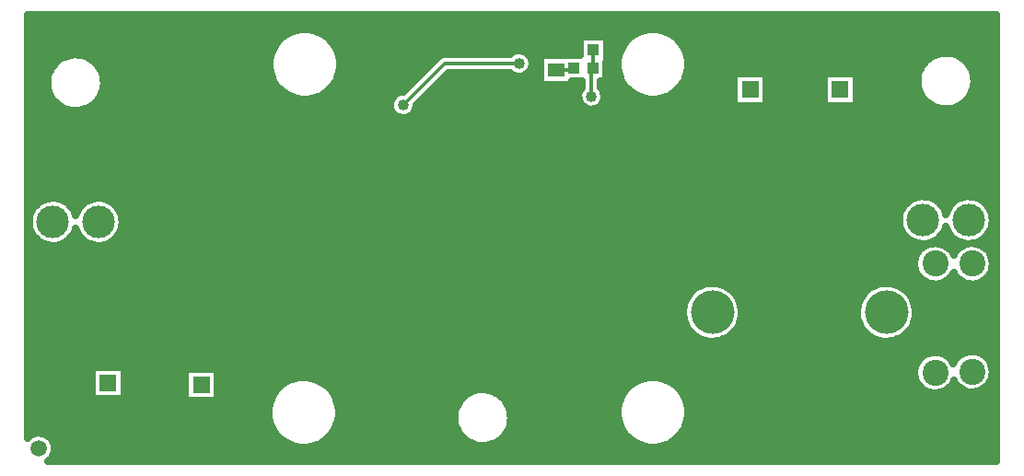
<source format=gbl>
G04 DipTrace 2.4.0.2*
%INBoost_converter.GBL*%
%MOMM*%
%ADD14C,0.33*%
%ADD15C,0.635*%
%ADD17C,1.6*%
%ADD18R,1.6X1.6*%
%ADD19R,1.1X1.0*%
%ADD23R,3.0X3.0*%
%ADD24C,3.0*%
%ADD25R,1.5X1.5*%
%ADD26C,1.5*%
%ADD28C,4.0*%
%ADD33R,1.5X1.3*%
%ADD37C,1.5*%
%ADD38C,2.4*%
%ADD39C,1.016*%
%FSLAX53Y53*%
G04*
G71*
G90*
G75*
G01*
%LNBottom*%
%LPD*%
X52174Y42779D2*
D14*
X52651Y43097D1*
X53444D1*
X53603Y42938D1*
X59579Y46968D2*
X61059D1*
X61213Y47122D1*
X62913D2*
Y48812D1*
X62969D1*
X62810Y44526D2*
Y47019D1*
X62913Y47122D1*
X56143Y47542D2*
X49317D1*
X45507Y43732D1*
D39*
X52174Y42779D3*
X62810Y44526D3*
X56143Y47542D3*
X45507Y43732D3*
X11049Y51399D2*
D15*
X99966D1*
X11049Y50767D2*
X99966D1*
X11049Y50136D2*
X34581D1*
X38339D2*
X66579D1*
X70337D2*
X99966D1*
X11049Y49504D2*
X33896D1*
X39024D2*
X61687D1*
X64255D2*
X65894D1*
X71022D2*
X99966D1*
X11049Y48872D2*
X33489D1*
X39421D2*
X61687D1*
X64255D2*
X65497D1*
X71419D2*
X99966D1*
X11049Y48240D2*
X14529D1*
X16233D2*
X33271D1*
X39649D2*
X48789D1*
X57161D2*
X58096D1*
X64255D2*
X65269D1*
X71647D2*
X94162D1*
X96620D2*
X99966D1*
X11049Y47609D2*
X13497D1*
X17265D2*
X33182D1*
X39738D2*
X48134D1*
X57389D2*
X58096D1*
X64196D2*
X65180D1*
X71736D2*
X93358D1*
X97424D2*
X99966D1*
X11049Y46977D2*
X13040D1*
X17721D2*
X33212D1*
X39708D2*
X47509D1*
X57240D2*
X58096D1*
X64196D2*
X65210D1*
X71706D2*
X92971D1*
X97811D2*
X99966D1*
X11049Y46345D2*
X12802D1*
X17950D2*
X33380D1*
X39540D2*
X46874D1*
X49372D2*
X58096D1*
X64196D2*
X65378D1*
X71538D2*
X75876D1*
X78949D2*
X84131D1*
X87204D2*
X92782D1*
X97989D2*
X99966D1*
X11049Y45714D2*
X12753D1*
X18009D2*
X33698D1*
X39222D2*
X46239D1*
X48737D2*
X58096D1*
X61070D2*
X61906D1*
X63709D2*
X65696D1*
X71220D2*
X75876D1*
X78949D2*
X84131D1*
X87204D2*
X92763D1*
X98009D2*
X99966D1*
X11049Y45082D2*
X12842D1*
X17910D2*
X34233D1*
X38676D2*
X45614D1*
X48102D2*
X61707D1*
X63918D2*
X66241D1*
X70675D2*
X75876D1*
X78949D2*
X84131D1*
X87204D2*
X92911D1*
X97870D2*
X99966D1*
X11049Y44450D2*
X13130D1*
X17632D2*
X35285D1*
X37635D2*
X44503D1*
X47477D2*
X61568D1*
X64057D2*
X67283D1*
X69633D2*
X75876D1*
X78949D2*
X84131D1*
X87204D2*
X93239D1*
X97543D2*
X99966D1*
X11049Y43819D2*
X13675D1*
X17086D2*
X44264D1*
X46842D2*
X61796D1*
X63819D2*
X75876D1*
X78949D2*
X84131D1*
X87204D2*
X93894D1*
X96888D2*
X99966D1*
X11049Y43187D2*
X44393D1*
X46614D2*
X99966D1*
X11049Y42556D2*
X45346D1*
X45669D2*
X99966D1*
X11049Y41924D2*
X99966D1*
X11049Y41292D2*
X99966D1*
X11049Y40661D2*
X99966D1*
X11049Y40029D2*
X99966D1*
X11049Y39397D2*
X99966D1*
X11049Y38766D2*
X99966D1*
X11049Y38134D2*
X99966D1*
X11049Y37502D2*
X99966D1*
X11049Y36870D2*
X99966D1*
X11049Y36239D2*
X99966D1*
X11049Y35607D2*
X99966D1*
X11049Y34976D2*
X12326D1*
X14229D2*
X16533D1*
X18436D2*
X92048D1*
X94537D2*
X96245D1*
X98734D2*
X99966D1*
X11049Y34344D2*
X11512D1*
X15043D2*
X15719D1*
X19249D2*
X91413D1*
X95172D2*
X95610D1*
X99369D2*
X99966D1*
X19597Y33712D2*
X91125D1*
X99656D2*
X99958D1*
X19716Y33081D2*
X91056D1*
X99726D2*
X99962D1*
X19646Y32449D2*
X91175D1*
X99607D2*
X99966D1*
X11049Y31817D2*
X11393D1*
X15172D2*
X15590D1*
X19369D2*
X91512D1*
X95072D2*
X95709D1*
X99269D2*
X99966D1*
X11049Y31186D2*
X12008D1*
X14546D2*
X16215D1*
X18753D2*
X92306D1*
X94279D2*
X96503D1*
X98476D2*
X99966D1*
X11049Y30554D2*
X93110D1*
X95697D2*
X96513D1*
X99101D2*
X99966D1*
X11049Y29922D2*
X92644D1*
X99577D2*
X99966D1*
X11049Y29290D2*
X92475D1*
X99736D2*
X99965D1*
X11049Y28659D2*
X92534D1*
X99676D2*
X99964D1*
X11049Y28027D2*
X92842D1*
X95975D2*
X96247D1*
X99369D2*
X99966D1*
X11049Y27395D2*
X93675D1*
X95142D2*
X97069D1*
X98535D2*
X99966D1*
X11049Y26764D2*
X72185D1*
X75665D2*
X88189D1*
X91659D2*
X99966D1*
X11049Y26132D2*
X71619D1*
X76231D2*
X87613D1*
X92235D2*
X99966D1*
X11049Y25500D2*
X71321D1*
X76528D2*
X87315D1*
X92532D2*
X99966D1*
X11049Y24869D2*
X71192D1*
X76657D2*
X87196D1*
X92651D2*
X99966D1*
X11049Y24237D2*
X71222D1*
X76628D2*
X87226D1*
X92622D2*
X99966D1*
X11049Y23605D2*
X71411D1*
X76439D2*
X87415D1*
X92433D2*
X99966D1*
X11049Y22974D2*
X71808D1*
X76042D2*
X87802D1*
X92046D2*
X99966D1*
X11049Y22342D2*
X72572D1*
X75278D2*
X88566D1*
X91282D2*
X99966D1*
X11049Y21710D2*
X99966D1*
X11049Y21079D2*
X97485D1*
X98128D2*
X99966D1*
X11049Y20447D2*
X93021D1*
X95797D2*
X96325D1*
X99289D2*
X99966D1*
X11049Y19816D2*
X92604D1*
X99646D2*
X99975D1*
X11049Y19184D2*
X16821D1*
X19894D2*
X25393D1*
X28467D2*
X92475D1*
X99746D2*
X99969D1*
X11049Y18552D2*
X16821D1*
X19894D2*
X25393D1*
X28467D2*
X35335D1*
X37357D2*
X67442D1*
X69474D2*
X92564D1*
X99617D2*
X99966D1*
X11049Y17921D2*
X16821D1*
X19894D2*
X25393D1*
X28467D2*
X34194D1*
X38508D2*
X66301D1*
X70615D2*
X92911D1*
X95906D2*
X96394D1*
X99210D2*
X99966D1*
X11049Y17289D2*
X16821D1*
X19894D2*
X25393D1*
X28467D2*
X33628D1*
X39073D2*
X51577D1*
X54036D2*
X65735D1*
X71181D2*
X93973D1*
X94844D2*
X99966D1*
X11049Y16657D2*
X25393D1*
X28467D2*
X33291D1*
X39411D2*
X50783D1*
X54839D2*
X65398D1*
X71518D2*
X99966D1*
X11049Y16026D2*
X33112D1*
X39589D2*
X50386D1*
X55226D2*
X65219D1*
X71696D2*
X99966D1*
X11049Y15394D2*
X33063D1*
X39629D2*
X50208D1*
X55415D2*
X65180D1*
X71736D2*
X99966D1*
X11049Y14762D2*
X33142D1*
X39550D2*
X50188D1*
X55434D2*
X65249D1*
X71667D2*
X99966D1*
X11049Y14130D2*
X33360D1*
X39341D2*
X50327D1*
X55296D2*
X65468D1*
X71448D2*
X99966D1*
X11049Y13499D2*
X11522D1*
X12493D2*
X33737D1*
X38954D2*
X50654D1*
X54958D2*
X65854D1*
X71061D2*
X99966D1*
X13296Y12867D2*
X34392D1*
X38299D2*
X51309D1*
X54313D2*
X66499D1*
X70417D2*
X99966D1*
X13495Y12236D2*
X99966D1*
X13396Y11604D2*
X99966D1*
X76260Y46633D2*
X78888D1*
Y43688D1*
X75943D1*
Y46633D1*
X76260D1*
X84515D2*
X87143D1*
Y43688D1*
X84198D1*
Y46633D1*
X84515D1*
X62064Y49985D2*
X64192D1*
Y47639D1*
X64143D1*
X64136Y45949D1*
X63650D1*
X63648Y45362D1*
X63760Y45228D1*
X63912Y44951D1*
X63991Y44526D1*
X63949Y44212D1*
X63825Y43921D1*
X63628Y43673D1*
X63372Y43487D1*
X63076Y43375D1*
X62760Y43346D1*
X62449Y43401D1*
X62163Y43538D1*
X61924Y43745D1*
X61749Y44009D1*
X61650Y44309D1*
X61634Y44625D1*
X61703Y44934D1*
X61851Y45214D1*
X61967Y45336D1*
X61973Y45944D1*
X61690Y45959D1*
X61483Y45949D1*
X60997D1*
X61002Y45645D1*
X58156D1*
Y48291D1*
X61740Y48295D1*
X61746Y49985D1*
X62064D1*
X25778Y19487D2*
X28406D1*
Y16541D1*
X25460D1*
Y19487D1*
X25778D1*
X17205Y19646D2*
X19833D1*
Y16700D1*
X16888D1*
Y19646D1*
X17205D1*
X19630Y32677D2*
X19561Y32367D1*
X19448Y32071D1*
X19293Y31794D1*
X19099Y31543D1*
X18870Y31323D1*
X18613Y31138D1*
X18330Y30993D1*
X18030Y30891D1*
X17718Y30833D1*
X17401Y30822D1*
X17086Y30856D1*
X16779Y30936D1*
X16487Y31061D1*
X16216Y31226D1*
X15972Y31429D1*
X15761Y31665D1*
X15586Y31929D1*
X15451Y32217D1*
X15385Y32435D1*
X15248Y32071D1*
X15093Y31794D1*
X14899Y31543D1*
X14670Y31323D1*
X14413Y31138D1*
X14130Y30993D1*
X13830Y30891D1*
X13518Y30833D1*
X13201Y30822D1*
X12886Y30856D1*
X12579Y30936D1*
X12287Y31061D1*
X12016Y31226D1*
X11772Y31429D1*
X11561Y31665D1*
X11386Y31929D1*
X11251Y32217D1*
X11160Y32520D1*
X11113Y32834D1*
Y33151D1*
X11160Y33465D1*
X11251Y33769D1*
X11386Y34056D1*
X11561Y34321D1*
X11772Y34557D1*
X12016Y34760D1*
X12287Y34925D1*
X12579Y35049D1*
X12886Y35130D1*
X13201Y35164D1*
X13518Y35153D1*
X13830Y35095D1*
X14130Y34993D1*
X14412Y34848D1*
X14670Y34663D1*
X14899Y34443D1*
X15093Y34192D1*
X15248Y33916D1*
X15376Y33551D1*
X15586Y34056D1*
X15761Y34321D1*
X15972Y34557D1*
X16216Y34760D1*
X16487Y34925D1*
X16779Y35049D1*
X17086Y35130D1*
X17401Y35164D1*
X17718Y35153D1*
X18030Y35095D1*
X18330Y34993D1*
X18612Y34848D1*
X18870Y34663D1*
X19099Y34443D1*
X19293Y34192D1*
X19448Y33916D1*
X19561Y33619D1*
X19630Y33310D1*
X19653Y32993D1*
X19630Y32677D1*
X17932Y45476D2*
X17873Y45164D1*
X17777Y44862D1*
X17644Y44574D1*
X17477Y44304D1*
X17277Y44058D1*
X17049Y43837D1*
X16795Y43647D1*
X16520Y43489D1*
X16228Y43366D1*
X15922Y43280D1*
X15608Y43232D1*
X15291Y43224D1*
X14975Y43254D1*
X14666Y43324D1*
X14367Y43430D1*
X14084Y43573D1*
X13820Y43750D1*
X13580Y43958D1*
X13368Y44193D1*
X13186Y44453D1*
X13038Y44734D1*
X12925Y45031D1*
X12850Y45339D1*
X12813Y45654D1*
X12816Y45971D1*
X12857Y46286D1*
X12937Y46593D1*
X13054Y46888D1*
X13207Y47166D1*
X13393Y47423D1*
X13609Y47656D1*
X13852Y47860D1*
X14118Y48032D1*
X14403Y48171D1*
X14704Y48273D1*
X15014Y48338D1*
X15331Y48363D1*
X15648Y48350D1*
X15961Y48297D1*
X16265Y48207D1*
X16555Y48080D1*
X16828Y47917D1*
X17079Y47723D1*
X17304Y47499D1*
X17499Y47249D1*
X17662Y46977D1*
X17791Y46687D1*
X17883Y46383D1*
X17936Y46070D1*
X17951Y45793D1*
X17932Y45476D1*
X99640Y32835D2*
X99571Y32526D1*
X99458Y32229D1*
X99303Y31953D1*
X99109Y31702D1*
X98880Y31482D1*
X98623Y31297D1*
X98340Y31152D1*
X98040Y31050D1*
X97855Y31015D1*
X98185Y30978D1*
X98489Y30888D1*
X98773Y30748D1*
X99030Y30562D1*
X99252Y30335D1*
X99432Y30074D1*
X99565Y29786D1*
X99648Y29480D1*
X99679Y29144D1*
X99652Y28828D1*
X99572Y28521D1*
X99442Y28232D1*
X99264Y27969D1*
X99045Y27740D1*
X98791Y27551D1*
X98508Y27408D1*
X98205Y27314D1*
X97890Y27273D1*
X97573Y27286D1*
X97263Y27352D1*
X96969Y27469D1*
X96698Y27634D1*
X96459Y27843D1*
X96259Y28089D1*
X96108Y28356D1*
X95864Y27969D1*
X95645Y27740D1*
X95391Y27551D1*
X95108Y27408D1*
X94805Y27314D1*
X94490Y27273D1*
X94173Y27286D1*
X93863Y27352D1*
X93569Y27469D1*
X93298Y27634D1*
X93059Y27843D1*
X92859Y28089D1*
X92703Y28365D1*
X92596Y28663D1*
X92541Y28976D1*
X92539Y29293D1*
X92591Y29605D1*
X92695Y29905D1*
X92847Y30183D1*
X93045Y30431D1*
X93282Y30642D1*
X93550Y30810D1*
X93844Y30931D1*
X94153Y31000D1*
X94470Y31016D1*
X94785Y30978D1*
X95089Y30888D1*
X95373Y30748D1*
X95630Y30562D1*
X95852Y30335D1*
X96032Y30074D1*
X96103Y29921D1*
X96247Y30183D1*
X96445Y30431D1*
X96682Y30642D1*
X96950Y30810D1*
X97244Y30931D1*
X97411Y30980D1*
X97096Y31015D1*
X96789Y31095D1*
X96497Y31219D1*
X96226Y31385D1*
X95982Y31587D1*
X95771Y31824D1*
X95596Y32088D1*
X95461Y32375D1*
X95395Y32594D1*
X95258Y32229D1*
X95103Y31953D1*
X94909Y31702D1*
X94680Y31482D1*
X94422Y31297D1*
X94140Y31152D1*
X93840Y31050D1*
X93528Y30992D1*
X93211Y30980D1*
X92896Y31015D1*
X92589Y31095D1*
X92297Y31219D1*
X92026Y31385D1*
X91782Y31587D1*
X91571Y31824D1*
X91396Y32088D1*
X91261Y32375D1*
X91170Y32679D1*
X91123Y32993D1*
Y33310D1*
X91170Y33624D1*
X91261Y33928D1*
X91396Y34215D1*
X91571Y34480D1*
X91782Y34716D1*
X92026Y34919D1*
X92297Y35084D1*
X92589Y35208D1*
X92896Y35288D1*
X93211Y35323D1*
X93528Y35312D1*
X93840Y35254D1*
X94140Y35152D1*
X94422Y35007D1*
X94680Y34822D1*
X94909Y34602D1*
X95103Y34351D1*
X95258Y34074D1*
X95386Y33710D1*
X95596Y34215D1*
X95771Y34480D1*
X95982Y34716D1*
X96226Y34919D1*
X96497Y35084D1*
X96789Y35208D1*
X97096Y35288D1*
X97411Y35323D1*
X97728Y35312D1*
X98040Y35254D1*
X98340Y35152D1*
X98622Y35007D1*
X98880Y34822D1*
X99109Y34602D1*
X99303Y34351D1*
X99458Y34074D1*
X99571Y33778D1*
X99640Y33468D1*
X99663Y33152D1*
X99640Y32835D1*
X97942Y45635D2*
X97883Y45323D1*
X97787Y45021D1*
X97654Y44733D1*
X97487Y44463D1*
X97287Y44216D1*
X97059Y43996D1*
X96805Y43805D1*
X96530Y43647D1*
X96238Y43524D1*
X95932Y43439D1*
X95618Y43391D1*
X95301Y43382D1*
X94985Y43413D1*
X94676Y43482D1*
X94377Y43589D1*
X94094Y43732D1*
X93830Y43909D1*
X93590Y44116D1*
X93378Y44352D1*
X93196Y44612D1*
X93048Y44893D1*
X92935Y45189D1*
X92860Y45498D1*
X92823Y45813D1*
X92826Y46130D1*
X92867Y46445D1*
X92947Y46752D1*
X93064Y47047D1*
X93217Y47325D1*
X93403Y47582D1*
X93619Y47815D1*
X93862Y48019D1*
X94128Y48191D1*
X94413Y48330D1*
X94714Y48432D1*
X95024Y48496D1*
X95341Y48522D1*
X95658Y48509D1*
X95971Y48456D1*
X96275Y48366D1*
X96565Y48238D1*
X96838Y48076D1*
X97089Y47882D1*
X97314Y47658D1*
X97509Y47408D1*
X97672Y47136D1*
X97801Y46846D1*
X97893Y46542D1*
X97946Y46229D1*
X97961Y45952D1*
X97942Y45635D1*
X13398Y11826D2*
X13294Y11526D1*
X13126Y11258D1*
X12828Y10985D1*
X100031Y10986D1*
Y52030D1*
X10986D1*
Y13127D1*
X11098Y13232D1*
X11363Y13407D1*
X11659Y13519D1*
X11973Y13563D1*
X12288Y13536D1*
X12590Y13440D1*
X12864Y13279D1*
X13094Y13062D1*
X13272Y12800D1*
X13386Y12504D1*
X13433Y12141D1*
X13398Y11826D1*
X76579Y24364D2*
X76523Y24052D1*
X76430Y23749D1*
X76302Y23458D1*
X76140Y23185D1*
X75947Y22933D1*
X75726Y22706D1*
X75479Y22506D1*
X75210Y22338D1*
X74924Y22202D1*
X74623Y22101D1*
X74312Y22036D1*
X73996Y22009D1*
X73679Y22020D1*
X73365Y22067D1*
X73059Y22152D1*
X72766Y22273D1*
X72489Y22427D1*
X72232Y22613D1*
X71998Y22828D1*
X71792Y23070D1*
X71616Y23334D1*
X71473Y23617D1*
X71364Y23915D1*
X71291Y24224D1*
X71256Y24539D1*
X71258Y24856D1*
X71297Y25171D1*
X71374Y25479D1*
X71486Y25776D1*
X71633Y26057D1*
X71813Y26319D1*
X72022Y26558D1*
X72257Y26770D1*
X72517Y26953D1*
X72796Y27104D1*
X73091Y27220D1*
X73398Y27301D1*
X73712Y27345D1*
X74029Y27352D1*
X74345Y27321D1*
X74655Y27252D1*
X74954Y27148D1*
X75239Y27008D1*
X75506Y26836D1*
X75750Y26634D1*
X75969Y26404D1*
X76159Y26149D1*
X76317Y25874D1*
X76441Y25582D1*
X76530Y25278D1*
X76583Y24965D1*
X76598Y24681D1*
X76579Y24364D1*
X92579D2*
X92523Y24052D1*
X92430Y23749D1*
X92302Y23458D1*
X92140Y23185D1*
X91947Y22933D1*
X91726Y22706D1*
X91479Y22506D1*
X91210Y22338D1*
X90924Y22202D1*
X90623Y22101D1*
X90312Y22036D1*
X89996Y22009D1*
X89679Y22020D1*
X89365Y22067D1*
X89059Y22152D1*
X88766Y22273D1*
X88489Y22427D1*
X88232Y22613D1*
X87998Y22828D1*
X87792Y23070D1*
X87616Y23334D1*
X87473Y23617D1*
X87364Y23915D1*
X87291Y24224D1*
X87256Y24539D1*
X87258Y24856D1*
X87297Y25171D1*
X87374Y25479D1*
X87486Y25776D1*
X87633Y26057D1*
X87813Y26319D1*
X88022Y26558D1*
X88257Y26770D1*
X88517Y26953D1*
X88796Y27104D1*
X89091Y27220D1*
X89398Y27301D1*
X89712Y27345D1*
X90029Y27352D1*
X90345Y27321D1*
X90655Y27252D1*
X90954Y27148D1*
X91239Y27008D1*
X91506Y26836D1*
X91750Y26634D1*
X91969Y26404D1*
X92159Y26149D1*
X92317Y25874D1*
X92441Y25582D1*
X92530Y25278D1*
X92583Y24965D1*
X92598Y24681D1*
X92579Y24364D1*
X71663Y47157D2*
X71539Y46536D1*
X71295Y45950D1*
X70942Y45424D1*
X70492Y44977D1*
X69964Y44627D1*
X69377Y44387D1*
X68754Y44267D1*
X68120Y44271D1*
X67499Y44399D1*
X66916Y44647D1*
X66392Y45004D1*
X65948Y45456D1*
X65601Y45987D1*
X65365Y46575D1*
X65249Y47199D1*
X65257Y47832D1*
X65389Y48453D1*
X65640Y49035D1*
X66001Y49556D1*
X66456Y49997D1*
X66989Y50341D1*
X67579Y50573D1*
X68203Y50685D1*
X68837Y50673D1*
X69456Y50537D1*
X70037Y50282D1*
X70556Y49918D1*
X70994Y49460D1*
X71334Y48925D1*
X71562Y48333D1*
X71670Y47709D1*
X71663Y47157D1*
X39663D2*
X39539Y46536D1*
X39295Y45950D1*
X38942Y45424D1*
X38492Y44977D1*
X37964Y44627D1*
X37377Y44387D1*
X36754Y44267D1*
X36120Y44271D1*
X35500Y44399D1*
X34916Y44647D1*
X34392Y45004D1*
X33948Y45456D1*
X33601Y45987D1*
X33365Y46575D1*
X33249Y47199D1*
X33257Y47832D1*
X33389Y48453D1*
X33640Y49035D1*
X34001Y49556D1*
X34456Y49997D1*
X34989Y50341D1*
X35579Y50573D1*
X36203Y50685D1*
X36837Y50673D1*
X37456Y50537D1*
X38036Y50282D1*
X38556Y49918D1*
X38994Y49460D1*
X39334Y48925D1*
X39562Y48333D1*
X39670Y47709D1*
X39663Y47157D1*
X71663Y15157D2*
X71539Y14536D1*
X71295Y13950D1*
X70942Y13424D1*
X70492Y12977D1*
X69964Y12627D1*
X69377Y12387D1*
X68754Y12267D1*
X68120Y12271D1*
X67499Y12399D1*
X66916Y12647D1*
X66392Y13004D1*
X65948Y13456D1*
X65601Y13987D1*
X65365Y14575D1*
X65249Y15199D1*
X65257Y15832D1*
X65389Y16453D1*
X65640Y17035D1*
X66001Y17556D1*
X66456Y17997D1*
X66989Y18341D1*
X67579Y18573D1*
X68203Y18685D1*
X68837Y18673D1*
X69456Y18537D1*
X70037Y18282D1*
X70556Y17918D1*
X70994Y17460D1*
X71334Y16925D1*
X71562Y16333D1*
X71670Y15709D1*
X71663Y15157D1*
X39553D2*
X39429Y14536D1*
X39185Y13950D1*
X38832Y13424D1*
X38382Y12977D1*
X37854Y12627D1*
X37267Y12387D1*
X36644Y12267D1*
X36010Y12271D1*
X35389Y12399D1*
X34806Y12647D1*
X34282Y13004D1*
X33838Y13456D1*
X33491Y13987D1*
X33255Y14575D1*
X33139Y15199D1*
X33147Y15832D1*
X33279Y16453D1*
X33530Y17035D1*
X33891Y17556D1*
X34346Y17997D1*
X34879Y18341D1*
X35469Y18573D1*
X36093Y18685D1*
X36727Y18673D1*
X37346Y18537D1*
X37926Y18282D1*
X38446Y17918D1*
X38884Y17460D1*
X39224Y16925D1*
X39452Y16333D1*
X39560Y15709D1*
X39553Y15157D1*
X55361Y14681D2*
X55302Y14369D1*
X55206Y14067D1*
X55073Y13779D1*
X54905Y13509D1*
X54706Y13263D1*
X54478Y13042D1*
X54224Y12852D1*
X53949Y12694D1*
X53656Y12571D1*
X53351Y12485D1*
X53037Y12437D1*
X52720Y12429D1*
X52404Y12459D1*
X52095Y12529D1*
X51796Y12635D1*
X51512Y12778D1*
X51249Y12955D1*
X51009Y13163D1*
X50797Y13398D1*
X50615Y13658D1*
X50467Y13939D1*
X50354Y14236D1*
X50279Y14544D1*
X50242Y14859D1*
X50245Y15176D1*
X50286Y15491D1*
X50366Y15798D1*
X50483Y16093D1*
X50636Y16371D1*
X50821Y16628D1*
X51038Y16861D1*
X51280Y17065D1*
X51547Y17237D1*
X51832Y17376D1*
X52133Y17478D1*
X52443Y17543D1*
X52760Y17568D1*
X53077Y17555D1*
X53389Y17503D1*
X53694Y17412D1*
X53984Y17285D1*
X54257Y17122D1*
X54508Y16928D1*
X54732Y16704D1*
X54928Y16454D1*
X55091Y16182D1*
X55220Y15892D1*
X55311Y15588D1*
X55365Y15275D1*
X55380Y14998D1*
X55361Y14681D1*
X96127Y18402D2*
X96042Y18212D1*
X95864Y17949D1*
X95645Y17720D1*
X95391Y17531D1*
X95108Y17388D1*
X94805Y17294D1*
X94490Y17253D1*
X94173Y17266D1*
X93863Y17332D1*
X93569Y17449D1*
X93298Y17614D1*
X93059Y17823D1*
X92859Y18069D1*
X92703Y18345D1*
X92596Y18643D1*
X92541Y18956D1*
X92539Y19273D1*
X92591Y19585D1*
X92695Y19885D1*
X92847Y20163D1*
X93045Y20411D1*
X93282Y20622D1*
X93550Y20790D1*
X93844Y20911D1*
X94153Y20980D1*
X94470Y20996D1*
X94785Y20958D1*
X95089Y20868D1*
X95373Y20728D1*
X95630Y20542D1*
X95852Y20315D1*
X96078Y19955D1*
X96247Y20263D1*
X96445Y20511D1*
X96682Y20722D1*
X96950Y20890D1*
X97244Y21011D1*
X97553Y21080D1*
X97870Y21096D1*
X98185Y21058D1*
X98489Y20968D1*
X98773Y20828D1*
X99030Y20642D1*
X99252Y20415D1*
X99432Y20154D1*
X99565Y19866D1*
X99648Y19560D1*
X99679Y19224D1*
X99652Y18908D1*
X99572Y18601D1*
X99442Y18312D1*
X99264Y18049D1*
X99045Y17820D1*
X98791Y17631D1*
X98508Y17488D1*
X98205Y17394D1*
X97890Y17353D1*
X97573Y17366D1*
X97263Y17432D1*
X96969Y17549D1*
X96698Y17714D1*
X96459Y17923D1*
X96259Y18169D1*
X96127Y18402D1*
X55320Y46704D2*
X49664D1*
X46689Y43729D1*
X46645Y43418D1*
X46521Y43127D1*
X46324Y42879D1*
X46068Y42693D1*
X45772Y42581D1*
X45457Y42552D1*
X45145Y42608D1*
X44859Y42744D1*
X44620Y42951D1*
X44445Y43215D1*
X44346Y43516D1*
X44330Y43832D1*
X44399Y44141D1*
X44547Y44420D1*
X44765Y44650D1*
X45035Y44815D1*
X45340Y44901D1*
X45488Y44902D1*
X48724Y48134D1*
X48985Y48311D1*
X49317Y48380D1*
X55319D1*
X55401Y48460D1*
X55672Y48625D1*
X55976Y48711D1*
X56293Y48713D1*
X56599Y48631D1*
X56872Y48471D1*
X57092Y48244D1*
X57245Y47967D1*
X57324Y47542D1*
X57281Y47228D1*
X57157Y46937D1*
X56960Y46689D1*
X56704Y46503D1*
X56408Y46391D1*
X56093Y46362D1*
X55781Y46418D1*
X55496Y46554D1*
X55324Y46703D1*
D17*
X77415Y50240D3*
D18*
Y45160D3*
D17*
X85671Y50240D3*
D18*
Y45160D3*
D19*
X62969Y48812D3*
X61269D3*
X62913Y47122D3*
X61213D3*
D17*
X26933Y12934D3*
D18*
Y18014D3*
D17*
X18361Y13093D3*
D18*
Y18173D3*
D23*
X13281Y38493D3*
D24*
X17481D3*
Y32993D3*
X13281D3*
D23*
X93291Y38652D3*
D24*
X97490D3*
Y33152D3*
X93291D3*
D25*
X12010Y14141D3*
D26*
Y12141D3*
D28*
X73925Y24681D3*
X89925D3*
D33*
X59579Y46968D3*
Y48868D3*
D37*
X40744Y47700D3*
Y45796D3*
X92179Y12141D3*
X95513D3*
X58683Y51193D3*
X60747D3*
D38*
X94406Y19124D3*
Y29144D3*
X97806D3*
Y19224D3*
M02*

</source>
